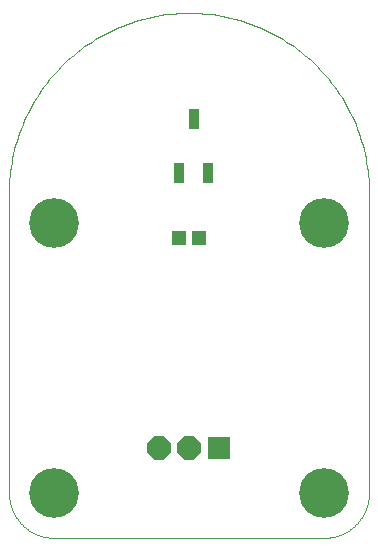
<source format=gts>
G75*
%MOIN*%
%OFA0B0*%
%FSLAX25Y25*%
%IPPOS*%
%LPD*%
%AMOC8*
5,1,8,0,0,1.08239X$1,22.5*
%
%ADD10R,0.05131X0.04737*%
%ADD11R,0.03300X0.06706*%
%ADD12C,0.16611*%
%ADD13C,0.00000*%
%ADD14OC8,0.07800*%
%ADD15R,0.07800X0.07800*%
D10*
X0060654Y0101500D03*
X0067346Y0101500D03*
D11*
X0070437Y0123094D03*
X0060594Y0123094D03*
X0065713Y0141205D03*
D12*
X0109000Y0106500D03*
X0109000Y0016500D03*
X0019000Y0016500D03*
X0019000Y0106500D03*
D13*
X0004000Y0116500D02*
X0004000Y0016500D01*
X0004004Y0016138D01*
X0004018Y0015775D01*
X0004039Y0015413D01*
X0004070Y0015052D01*
X0004109Y0014692D01*
X0004157Y0014333D01*
X0004214Y0013975D01*
X0004279Y0013618D01*
X0004353Y0013263D01*
X0004436Y0012910D01*
X0004527Y0012559D01*
X0004626Y0012211D01*
X0004734Y0011865D01*
X0004850Y0011521D01*
X0004975Y0011181D01*
X0005107Y0010844D01*
X0005248Y0010510D01*
X0005397Y0010179D01*
X0005554Y0009852D01*
X0005718Y0009529D01*
X0005890Y0009210D01*
X0006070Y0008896D01*
X0006258Y0008585D01*
X0006453Y0008280D01*
X0006655Y0007979D01*
X0006865Y0007683D01*
X0007081Y0007393D01*
X0007305Y0007107D01*
X0007535Y0006827D01*
X0007772Y0006553D01*
X0008016Y0006285D01*
X0008266Y0006022D01*
X0008522Y0005766D01*
X0008785Y0005516D01*
X0009053Y0005272D01*
X0009327Y0005035D01*
X0009607Y0004805D01*
X0009893Y0004581D01*
X0010183Y0004365D01*
X0010479Y0004155D01*
X0010780Y0003953D01*
X0011085Y0003758D01*
X0011396Y0003570D01*
X0011710Y0003390D01*
X0012029Y0003218D01*
X0012352Y0003054D01*
X0012679Y0002897D01*
X0013010Y0002748D01*
X0013344Y0002607D01*
X0013681Y0002475D01*
X0014021Y0002350D01*
X0014365Y0002234D01*
X0014711Y0002126D01*
X0015059Y0002027D01*
X0015410Y0001936D01*
X0015763Y0001853D01*
X0016118Y0001779D01*
X0016475Y0001714D01*
X0016833Y0001657D01*
X0017192Y0001609D01*
X0017552Y0001570D01*
X0017913Y0001539D01*
X0018275Y0001518D01*
X0018638Y0001504D01*
X0019000Y0001500D01*
X0109000Y0001500D01*
X0109362Y0001504D01*
X0109725Y0001518D01*
X0110087Y0001539D01*
X0110448Y0001570D01*
X0110808Y0001609D01*
X0111167Y0001657D01*
X0111525Y0001714D01*
X0111882Y0001779D01*
X0112237Y0001853D01*
X0112590Y0001936D01*
X0112941Y0002027D01*
X0113289Y0002126D01*
X0113635Y0002234D01*
X0113979Y0002350D01*
X0114319Y0002475D01*
X0114656Y0002607D01*
X0114990Y0002748D01*
X0115321Y0002897D01*
X0115648Y0003054D01*
X0115971Y0003218D01*
X0116290Y0003390D01*
X0116604Y0003570D01*
X0116915Y0003758D01*
X0117220Y0003953D01*
X0117521Y0004155D01*
X0117817Y0004365D01*
X0118107Y0004581D01*
X0118393Y0004805D01*
X0118673Y0005035D01*
X0118947Y0005272D01*
X0119215Y0005516D01*
X0119478Y0005766D01*
X0119734Y0006022D01*
X0119984Y0006285D01*
X0120228Y0006553D01*
X0120465Y0006827D01*
X0120695Y0007107D01*
X0120919Y0007393D01*
X0121135Y0007683D01*
X0121345Y0007979D01*
X0121547Y0008280D01*
X0121742Y0008585D01*
X0121930Y0008896D01*
X0122110Y0009210D01*
X0122282Y0009529D01*
X0122446Y0009852D01*
X0122603Y0010179D01*
X0122752Y0010510D01*
X0122893Y0010844D01*
X0123025Y0011181D01*
X0123150Y0011521D01*
X0123266Y0011865D01*
X0123374Y0012211D01*
X0123473Y0012559D01*
X0123564Y0012910D01*
X0123647Y0013263D01*
X0123721Y0013618D01*
X0123786Y0013975D01*
X0123843Y0014333D01*
X0123891Y0014692D01*
X0123930Y0015052D01*
X0123961Y0015413D01*
X0123982Y0015775D01*
X0123996Y0016138D01*
X0124000Y0016500D01*
X0124000Y0116500D01*
X0123982Y0117961D01*
X0123929Y0119421D01*
X0123840Y0120880D01*
X0123716Y0122336D01*
X0123556Y0123788D01*
X0123361Y0125236D01*
X0123130Y0126679D01*
X0122865Y0128116D01*
X0122565Y0129546D01*
X0122230Y0130968D01*
X0121860Y0132382D01*
X0121456Y0133786D01*
X0121018Y0135180D01*
X0120546Y0136563D01*
X0120041Y0137934D01*
X0119502Y0139292D01*
X0118931Y0140637D01*
X0118327Y0141967D01*
X0117691Y0143283D01*
X0117023Y0144582D01*
X0116323Y0145865D01*
X0115592Y0147130D01*
X0114831Y0148378D01*
X0114040Y0149606D01*
X0113219Y0150815D01*
X0112369Y0152003D01*
X0111490Y0153170D01*
X0110583Y0154316D01*
X0109648Y0155439D01*
X0108686Y0156539D01*
X0107698Y0157615D01*
X0106684Y0158667D01*
X0105644Y0159694D01*
X0104580Y0160695D01*
X0103492Y0161671D01*
X0102380Y0162619D01*
X0101246Y0163540D01*
X0100089Y0164433D01*
X0098912Y0165297D01*
X0097713Y0166133D01*
X0096494Y0166939D01*
X0095256Y0167716D01*
X0094000Y0168462D01*
X0092726Y0169177D01*
X0091435Y0169861D01*
X0090127Y0170513D01*
X0088804Y0171133D01*
X0087466Y0171721D01*
X0086115Y0172276D01*
X0084750Y0172798D01*
X0083373Y0173286D01*
X0081984Y0173741D01*
X0080585Y0174162D01*
X0079176Y0174549D01*
X0077758Y0174901D01*
X0076332Y0175219D01*
X0074898Y0175502D01*
X0073458Y0175750D01*
X0072013Y0175963D01*
X0070562Y0176140D01*
X0069108Y0176282D01*
X0067651Y0176389D01*
X0066191Y0176460D01*
X0064731Y0176496D01*
X0063269Y0176496D01*
X0061809Y0176460D01*
X0060349Y0176389D01*
X0058892Y0176282D01*
X0057438Y0176140D01*
X0055987Y0175963D01*
X0054542Y0175750D01*
X0053102Y0175502D01*
X0051668Y0175219D01*
X0050242Y0174901D01*
X0048824Y0174549D01*
X0047415Y0174162D01*
X0046016Y0173741D01*
X0044627Y0173286D01*
X0043250Y0172798D01*
X0041885Y0172276D01*
X0040534Y0171721D01*
X0039196Y0171133D01*
X0037873Y0170513D01*
X0036565Y0169861D01*
X0035274Y0169177D01*
X0034000Y0168462D01*
X0032744Y0167716D01*
X0031506Y0166939D01*
X0030287Y0166133D01*
X0029088Y0165297D01*
X0027911Y0164433D01*
X0026754Y0163540D01*
X0025620Y0162619D01*
X0024508Y0161671D01*
X0023420Y0160695D01*
X0022356Y0159694D01*
X0021316Y0158667D01*
X0020302Y0157615D01*
X0019314Y0156539D01*
X0018352Y0155439D01*
X0017417Y0154316D01*
X0016510Y0153170D01*
X0015631Y0152003D01*
X0014781Y0150815D01*
X0013960Y0149606D01*
X0013169Y0148378D01*
X0012408Y0147130D01*
X0011677Y0145865D01*
X0010977Y0144582D01*
X0010309Y0143283D01*
X0009673Y0141967D01*
X0009069Y0140637D01*
X0008498Y0139292D01*
X0007959Y0137934D01*
X0007454Y0136563D01*
X0006982Y0135180D01*
X0006544Y0133786D01*
X0006140Y0132382D01*
X0005770Y0130968D01*
X0005435Y0129546D01*
X0005135Y0128116D01*
X0004870Y0126679D01*
X0004639Y0125236D01*
X0004444Y0123788D01*
X0004284Y0122336D01*
X0004160Y0120880D01*
X0004071Y0119421D01*
X0004018Y0117961D01*
X0004000Y0116500D01*
D14*
X0054000Y0031500D03*
X0064000Y0031500D03*
D15*
X0074000Y0031500D03*
M02*

</source>
